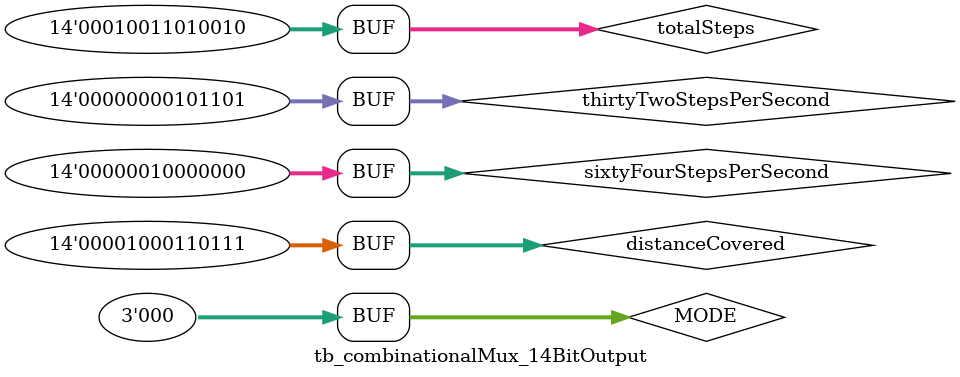
<source format=v>
`timescale 1ns / 1ps


module tb_combinationalMux_14BitOutput();

reg [2:0] MODE = 0;
reg [13:0] totalSteps = 0;
reg [13:0] distanceCovered = 0;
reg [13:0] thirtyTwoStepsPerSecond = 0;
reg [13:0] sixtyFourStepsPerSecond = 0;


wire [13:0] mainOutputForMUX; 


combinationalMux_14BitOutput uut (MODE, totalSteps, distanceCovered, thirtyTwoStepsPerSecond, sixtyFourStepsPerSecond, mainOutputForMUX);


initial begin

MODE = 0; 
totalSteps = 1234;
distanceCovered = 567;
thirtyTwoStepsPerSecond = 45;
sixtyFourStepsPerSecond = 128;
#100
MODE = 1;
#100 
MODE = 2; 
#100 
MODE = 3;
#100
MODE = 0;



end




endmodule

</source>
